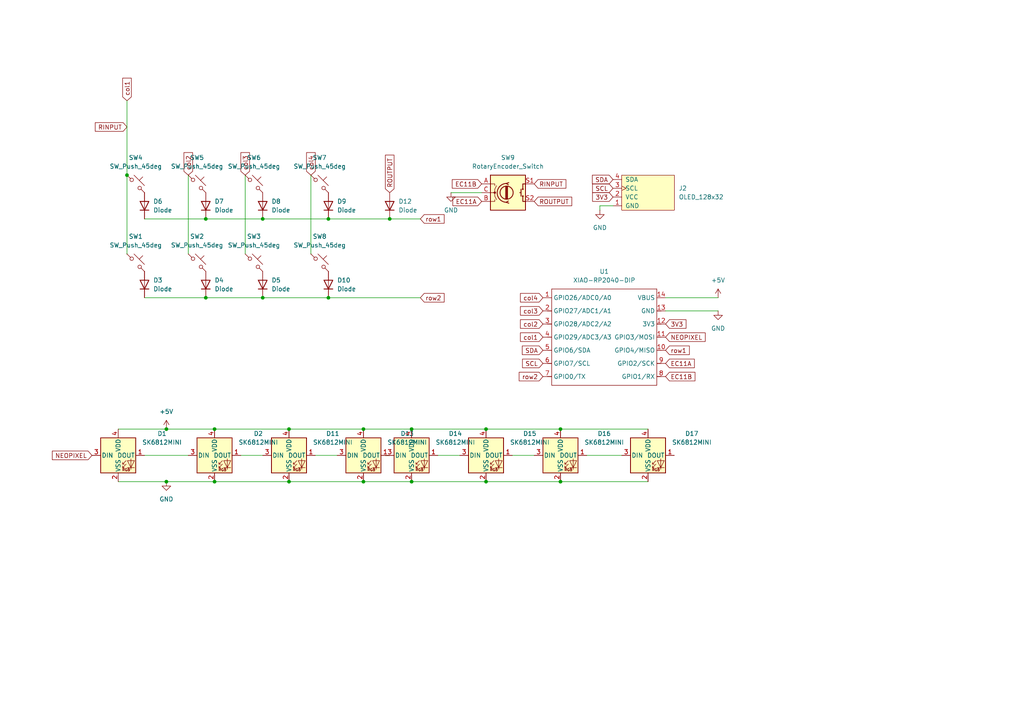
<source format=kicad_sch>
(kicad_sch (version 20231120) (generator "eeschema") (generator_version "8.0")
  (paper "A4")
  (lib_symbols
    (symbol "Device:RotaryEncoder_Switch" (pin_names (offset 0.254) hide)
      (property "Reference" "SW" (at 0 6.604 0))
      (property "Value" "RotaryEncoder_Switch" (at 0 -6.604 0))
      (symbol "RotaryEncoder_Switch_0_1"
        (rectangle (start -5.08 5.08) (end 5.08 -5.08) (stroke (width 0.254)) (fill (type background)))
        (circle (center -3.81 0) (radius 0.254) (fill (type outline)))
        (circle (center -0.381 0) (radius 1.905) (stroke (width 0.254)))
        (arc (start -0.381 2.667) (mid -3.0988 -0.0635) (end -0.381 -2.794) (stroke (width 0.254)))
        (polyline (pts (xy -0.635 -1.778) (xy -0.635 1.778)) (stroke (width 0.254)))
        (polyline (pts (xy -0.381 -1.778) (xy -0.381 1.778)) (stroke (width 0.254)))
        (polyline (pts (xy -0.127 1.778) (xy -0.127 -1.778)) (stroke (width 0.254)))
        (polyline (pts (xy 3.81 0) (xy 3.429 0)) (stroke (width 0.254)))
        (polyline (pts (xy 3.81 1.016) (xy 3.81 -1.016)) (stroke (width 0.254)))
        (polyline (pts (xy -5.08 -2.54) (xy -3.81 -2.54) (xy -3.81 -2.032)))
        (polyline (pts (xy -5.08 2.54) (xy -3.81 2.54) (xy -3.81 2.032)))
        (polyline (pts (xy 0.254 -3.048) (xy -0.508 -2.794) (xy 0.127 -2.413)) (stroke (width 0.254)))
        (polyline (pts (xy 0.254 2.921) (xy -0.508 2.667) (xy 0.127 2.286)) (stroke (width 0.254)))
        (polyline (pts (xy 5.08 -2.54) (xy 4.318 -2.54) (xy 4.318 -1.016)) (stroke (width 0.254)))
        (polyline (pts (xy 5.08 2.54) (xy 4.318 2.54) (xy 4.318 1.016)) (stroke (width 0.254)))
        (polyline (pts (xy -5.08 0) (xy -3.81 0) (xy -3.81 -1.016) (xy -3.302 -2.032)))
        (polyline (pts (xy -4.318 0) (xy -3.81 0) (xy -3.81 1.016) (xy -3.302 2.032)))
        (circle (center 4.318 -1.016) (radius 0.127) (stroke (width 0.254)))
        (circle (center 4.318 1.016) (radius 0.127) (stroke (width 0.254)))
      )
      (symbol "RotaryEncoder_Switch_1_1"
        (pin passive line (at -7.62 2.54 0) (length 2.54) (name "A") (number "A"))
        (pin passive line (at -7.62 -2.54 0) (length 2.54) (name "B") (number "B"))
        (pin passive line (at -7.62 0 0) (length 2.54) (name "C") (number "C"))
        (pin passive line (at 7.62 2.54 180) (length 2.54) (name "S1") (number "S1"))
        (pin passive line (at 7.62 -2.54 180) (length 2.54) (name "S2") (number "S2"))
      )
    )
    (symbol "LED:SK6812MINI" (pin_names (offset 0.254))
      (property "Reference" "D" (at 5.08 5.715 0))
      (property "Value" "SK6812MINI" (at 1.27 -5.715 0))
      (symbol "SK6812MINI_0_0"
        (text "RGB" (at 2.286 -4.191 0) (effects (font (size 0.762 0.762))))
      )
      (symbol "SK6812MINI_0_1"
        (polyline (pts (xy 1.27 -3.556) (xy 1.778 -3.556)))
        (polyline (pts (xy 1.27 -2.54) (xy 1.778 -2.54)))
        (polyline (pts (xy 4.699 -3.556) (xy 2.667 -3.556)))
        (polyline (pts (xy 2.286 -2.54) (xy 1.27 -3.556) (xy 1.27 -3.048)))
        (polyline (pts (xy 2.286 -1.524) (xy 1.27 -2.54) (xy 1.27 -2.032)))
        (polyline (pts (xy 3.683 -1.016) (xy 3.683 -3.556) (xy 3.683 -4.064)))
        (polyline (pts (xy 4.699 -1.524) (xy 2.667 -1.524) (xy 3.683 -3.556) (xy 4.699 -1.524)))
        (rectangle (start 5.08 5.08) (end -5.08 -5.08) (stroke (width 0.254)) (fill (type background)))
      )
      (symbol "SK6812MINI_1_1"
        (pin output line (at 7.62 0 180) (length 2.54) (name "DOUT") (number "1"))
        (pin power_in line (at 0 -7.62 90) (length 2.54) (name "VSS") (number "2"))
        (pin input line (at -7.62 0 0) (length 2.54) (name "DIN") (number "3"))
        (pin power_in line (at 0 7.62 270) (length 2.54) (name "VDD") (number "4"))
      )
    )
    (symbol "ScottoKeebs:OLED_128x32" (pin_names (offset 1.016))
      (property "Reference" "J" (at 0 -6.35 0))
      (property "Value" "OLED_128x32" (at 0 6.35 0))
      (symbol "OLED_128x32_0_1"
        (rectangle (start 0 5.08) (end 15.24 -5.08) (fill (type background)))
      )
      (symbol "OLED_128x32_1_1"
        (pin power_in line (at -2.54 -3.81 0) (length 2.54) (name "GND") (number "1"))
        (pin power_in line (at -2.54 -1.27 0) (length 2.54) (name "VCC") (number "2"))
        (pin input clock (at -2.54 1.27 0) (length 2.54) (name "SCL") (number "3"))
        (pin bidirectional line (at -2.54 3.81 0) (length 2.54) (name "SDA") (number "4"))
      )
    )
    (symbol "ScottoKeebs:Placeholder_Diode" (pin_numbers hide) (pin_names hide)
      (property "Reference" "D" (at 0 2.54 0))
      (property "Value" "Diode" (at 0 -2.54 0))
      (symbol "Placeholder_Diode_0_1"
        (polyline (pts (xy -1.27 1.27) (xy -1.27 -1.27)) (stroke (width 0.254)))
        (polyline (pts (xy 1.27 0) (xy -1.27 0)))
        (polyline (pts (xy 1.27 1.27) (xy 1.27 -1.27) (xy -1.27 0) (xy 1.27 1.27)) (stroke (width 0.254)))
      )
      (symbol "Placeholder_Diode_1_1"
        (pin passive line (at -3.81 0 0) (length 2.54) (name "K") (number "1"))
        (pin passive line (at 3.81 0 180) (length 2.54) (name "A") (number "2"))
      )
    )
    (symbol "Seeed_Studio_XIAO_Series:XIAO-RP2040-DIP"
      (property "Reference" "U" (at 0 0 0))
      (property "Value" "XIAO-RP2040-DIP" (at 5.334 -1.778 0))
      (symbol "XIAO-RP2040-DIP_1_0"
        (polyline (pts (xy -1.27 -30.48) (xy -1.27 -16.51)) (stroke (width 0.1524)))
        (polyline (pts (xy -1.27 -27.94) (xy -2.54 -27.94)) (stroke (width 0.1524)))
        (polyline (pts (xy -1.27 -24.13) (xy -2.54 -24.13)) (stroke (width 0.1524)))
        (polyline (pts (xy -1.27 -20.32) (xy -2.54 -20.32)) (stroke (width 0.1524)))
        (polyline (pts (xy -1.27 -16.51) (xy -2.54 -16.51)) (stroke (width 0.1524)))
        (polyline (pts (xy -1.27 -16.51) (xy -1.27 -12.7)) (stroke (width 0.1524)))
        (polyline (pts (xy -1.27 -12.7) (xy -2.54 -12.7)) (stroke (width 0.1524)))
        (polyline (pts (xy -1.27 -12.7) (xy -1.27 -8.89)) (stroke (width 0.1524)))
        (polyline (pts (xy -1.27 -8.89) (xy -2.54 -8.89)) (stroke (width 0.1524)))
        (polyline (pts (xy -1.27 -8.89) (xy -1.27 -5.08)) (stroke (width 0.1524)))
        (polyline (pts (xy -1.27 -5.08) (xy -2.54 -5.08)) (stroke (width 0.1524)))
        (polyline (pts (xy -1.27 -5.08) (xy -1.27 -2.54)) (stroke (width 0.1524)))
        (polyline (pts (xy -1.27 -2.54) (xy 29.21 -2.54)) (stroke (width 0.1524)))
        (polyline (pts (xy 29.21 -30.48) (xy -1.27 -30.48)) (stroke (width 0.1524)))
        (polyline (pts (xy 29.21 -12.7) (xy 29.21 -30.48)) (stroke (width 0.1524)))
        (polyline (pts (xy 29.21 -8.89) (xy 29.21 -12.7)) (stroke (width 0.1524)))
        (polyline (pts (xy 29.21 -5.08) (xy 29.21 -8.89)) (stroke (width 0.1524)))
        (polyline (pts (xy 29.21 -2.54) (xy 29.21 -5.08)) (stroke (width 0.1524)))
        (polyline (pts (xy 30.48 -27.94) (xy 29.21 -27.94)) (stroke (width 0.1524)))
        (polyline (pts (xy 30.48 -24.13) (xy 29.21 -24.13)) (stroke (width 0.1524)))
        (polyline (pts (xy 30.48 -20.32) (xy 29.21 -20.32)) (stroke (width 0.1524)))
        (polyline (pts (xy 30.48 -16.51) (xy 29.21 -16.51)) (stroke (width 0.1524)))
        (polyline (pts (xy 30.48 -12.7) (xy 29.21 -12.7)) (stroke (width 0.1524)))
        (polyline (pts (xy 30.48 -8.89) (xy 29.21 -8.89)) (stroke (width 0.1524)))
        (polyline (pts (xy 30.48 -5.08) (xy 29.21 -5.08)) (stroke (width 0.1524)))
        (pin passive line (at -3.81 -5.08 0) (length 2.54) (name "GPIO26/ADC0/A0") (number "1"))
        (pin passive line (at 31.75 -20.32 180) (length 2.54) (name "GPIO4/MISO") (number "10"))
        (pin passive line (at 31.75 -16.51 180) (length 2.54) (name "GPIO3/MOSI") (number "11"))
        (pin passive line (at 31.75 -12.7 180) (length 2.54) (name "3V3") (number "12"))
        (pin passive line (at 31.75 -8.89 180) (length 2.54) (name "GND") (number "13"))
        (pin passive line (at 31.75 -5.08 180) (length 2.54) (name "VBUS") (number "14"))
        (pin passive line (at -3.81 -8.89 0) (length 2.54) (name "GPIO27/ADC1/A1") (number "2"))
        (pin passive line (at -3.81 -12.7 0) (length 2.54) (name "GPIO28/ADC2/A2") (number "3"))
        (pin passive line (at -3.81 -16.51 0) (length 2.54) (name "GPIO29/ADC3/A3") (number "4"))
        (pin passive line (at -3.81 -20.32 0) (length 2.54) (name "GPIO6/SDA") (number "5"))
        (pin passive line (at -3.81 -24.13 0) (length 2.54) (name "GPIO7/SCL") (number "6"))
        (pin passive line (at -3.81 -27.94 0) (length 2.54) (name "GPIO0/TX") (number "7"))
        (pin passive line (at 31.75 -27.94 180) (length 2.54) (name "GPIO1/RX") (number "8"))
        (pin passive line (at 31.75 -24.13 180) (length 2.54) (name "GPIO2/SCK") (number "9"))
      )
    )
    (symbol "Switch:SW_Push_45deg" (pin_numbers hide) (pin_names (offset 1.016) hide)
      (property "Reference" "SW" (at 3.048 1.016 0))
      (property "Value" "SW_Push_45deg" (at 0 -3.81 0))
      (symbol "SW_Push_45deg_0_1"
        (circle (center -1.1684 1.1684) (radius 0.508))
        (polyline (pts (xy -0.508 2.54) (xy 2.54 -0.508)))
        (polyline (pts (xy 1.016 1.016) (xy 2.032 2.032)))
        (polyline (pts (xy -2.54 2.54) (xy -1.524 1.524) (xy -1.524 1.524)))
        (polyline (pts (xy 1.524 -1.524) (xy 2.54 -2.54) (xy 2.54 -2.54) (xy 2.54 -2.54)))
        (circle (center 1.143 -1.1938) (radius 0.508))
        (pin passive line (at -2.54 2.54 0) (length 0) (name "1") (number "1"))
        (pin passive line (at 2.54 -2.54 180) (length 0) (name "2") (number "2"))
      )
    )
    (symbol "power:+5V" (power) (pin_numbers hide) (pin_names (offset 0) hide)
      (property "Value" "+5V" (at 0 3.556 0))
      (symbol "+5V_0_1"
        (polyline (pts (xy -0.762 1.27) (xy 0 2.54)))
        (polyline (pts (xy 0 0) (xy 0 2.54)))
        (polyline (pts (xy 0 2.54) (xy 0.762 1.27)))
      )
      (symbol "+5V_1_1"
        (pin power_in line (at 0 0 90) (length 0) (name "~") (number "1"))
      )
    )
    (symbol "power:GND" (power) (pin_numbers hide) (pin_names (offset 0) hide)
      (property "Value" "GND" (at 0 -3.81 0))
      (symbol "GND_0_1"
        (polyline (pts (xy 0 0) (xy 0 -1.27) (xy 1.27 -1.27) (xy 0 -2.54) (xy -1.27 -1.27) (xy 0 -1.27)))
      )
      (symbol "GND_1_1"
        (pin power_in line (at 0 0 270) (length 0) (name "~") (number "1"))
      )
    )
  )
  (junction (at 76.2 86.36))
  (junction (at 119.38 124.46))
  (junction (at 119.38 139.7))
  (junction (at 140.97 124.46))
  (junction (at 95.25 86.36))
  (junction (at 105.41 139.7))
  (junction (at 59.69 63.5))
  (junction (at 62.23 124.46))
  (junction (at 48.26 124.46))
  (junction (at 95.25 63.5))
  (junction (at 36.83 50.8))
  (junction (at 83.82 124.46))
  (junction (at 113.03 63.5))
  (junction (at 105.41 124.46))
  (junction (at 62.23 139.7))
  (junction (at 162.56 124.46))
  (junction (at 48.26 139.7))
  (junction (at 76.2 63.5))
  (junction (at 162.56 139.7))
  (junction (at 59.69 86.36))
  (junction (at 83.82 139.7))
  (junction (at 140.97 139.7))
  (wire (pts (xy 83.82 124.46) (xy 105.41 124.46)))
  (wire (pts (xy 59.69 86.36) (xy 76.2 86.36)))
  (wire (pts (xy 83.82 139.7) (xy 105.41 139.7)))
  (wire (pts (xy 90.17 50.8) (xy 90.17 73.66)))
  (wire (pts (xy 121.92 86.36) (xy 95.25 86.36)))
  (wire (pts (xy 119.38 139.7) (xy 140.97 139.7)))
  (wire (pts (xy 62.23 124.46) (xy 83.82 124.46)))
  (wire (pts (xy 177.8 59.69) (xy 173.99 59.69)))
  (wire (pts (xy 140.97 124.46) (xy 162.56 124.46)))
  (wire (pts (xy 48.26 124.46) (xy 62.23 124.46)))
  (wire (pts (xy 91.44 132.08) (xy 97.79 132.08)))
  (wire (pts (xy 162.56 139.7) (xy 187.96 139.7)))
  (wire (pts (xy 48.26 139.7) (xy 62.23 139.7)))
  (wire (pts (xy 162.56 124.46) (xy 187.96 124.46)))
  (wire (pts (xy 76.2 63.5) (xy 95.25 63.5)))
  (wire (pts (xy 71.12 50.8) (xy 71.12 73.66)))
  (wire (pts (xy 148.59 132.08) (xy 154.94 132.08)))
  (wire (pts (xy 140.97 139.7) (xy 162.56 139.7)))
  (wire (pts (xy 36.83 29.21) (xy 36.83 50.8)))
  (wire (pts (xy 105.41 139.7) (xy 119.38 139.7)))
  (wire (pts (xy 119.38 124.46) (xy 140.97 124.46)))
  (wire (pts (xy 113.03 63.5) (xy 95.25 63.5)))
  (wire (pts (xy 36.83 50.8) (xy 36.83 73.66)))
  (wire (pts (xy 41.91 86.36) (xy 59.69 86.36)))
  (wire (pts (xy 69.85 132.08) (xy 76.2 132.08)))
  (wire (pts (xy 62.23 139.7) (xy 83.82 139.7)))
  (wire (pts (xy 76.2 86.36) (xy 95.25 86.36)))
  (wire (pts (xy 208.28 86.36) (xy 193.04 86.36)))
  (wire (pts (xy 34.29 124.46) (xy 48.26 124.46)))
  (wire (pts (xy 208.28 90.17) (xy 193.04 90.17)))
  (wire (pts (xy 127 132.08) (xy 133.35 132.08)))
  (wire (pts (xy 105.41 124.46) (xy 119.38 124.46)))
  (wire (pts (xy 130.81 55.88) (xy 139.7 55.88)))
  (wire (pts (xy 59.69 63.5) (xy 76.2 63.5)))
  (wire (pts (xy 54.61 50.8) (xy 54.61 73.66)))
  (wire (pts (xy 173.99 59.69) (xy 173.99 60.96)))
  (wire (pts (xy 34.29 139.7) (xy 48.26 139.7)))
  (wire (pts (xy 121.92 63.5) (xy 113.03 63.5)))
  (wire (pts (xy 170.18 132.08) (xy 180.34 132.08)))
  (wire (pts (xy 41.91 63.5) (xy 59.69 63.5)))
  (wire (pts (xy 41.91 132.08) (xy 54.61 132.08)))
  (wire (pts (xy 111.76 132.08) (xy 113.03 132.08)))
  (global_label "NEOPIXEL" (shape input) (at 26.67 132.08 180) (property "Intersheetrefs" "${INTERSHEET_REFS}" (effects (hide yes))))
  (global_label "col1" (shape input) (at 36.83 29.21 90) (property "Intersheetrefs" "${INTERSHEET_REFS}" (effects (hide yes))))
  (global_label "SDA" (shape input) (at 157.48 101.6 180) (property "Intersheetrefs" "${INTERSHEET_REFS}" (effects (hide yes))))
  (global_label "col2" (shape input) (at 54.61 50.8 90) (property "Intersheetrefs" "${INTERSHEET_REFS}" (effects (hide yes))))
  (global_label "col2" (shape input) (at 157.48 93.98 180) (property "Intersheetrefs" "${INTERSHEET_REFS}" (effects (hide yes))))
  (global_label "SCL" (shape input) (at 157.48 105.41 180) (property "Intersheetrefs" "${INTERSHEET_REFS}" (effects (hide yes))))
  (global_label "col3" (shape input) (at 71.12 50.8 90) (property "Intersheetrefs" "${INTERSHEET_REFS}" (effects (hide yes))))
  (global_label "ROUTPUT" (shape input) (at 113.03 55.88 90) (property "Intersheetrefs" "${INTERSHEET_REFS}" (effects (hide yes))))
  (global_label "row1" (shape input) (at 193.04 101.6 0) (property "Intersheetrefs" "${INTERSHEET_REFS}" (effects (hide yes))))
  (global_label "row2" (shape input) (at 121.92 86.36 0) (property "Intersheetrefs" "${INTERSHEET_REFS}" (effects (hide yes))))
  (global_label "NEOPIXEL" (shape input) (at 193.04 97.79 0) (property "Intersheetrefs" "${INTERSHEET_REFS}" (effects (hide yes))))
  (global_label "EC11B" (shape input) (at 139.7 53.34 180) (property "Intersheetrefs" "${INTERSHEET_REFS}" (effects (hide yes))))
  (global_label "EC11A" (shape input) (at 193.04 105.41 0) (property "Intersheetrefs" "${INTERSHEET_REFS}" (effects (hide yes))))
  (global_label "col3" (shape input) (at 157.48 90.17 180) (property "Intersheetrefs" "${INTERSHEET_REFS}" (effects (hide yes))))
  (global_label "EC11A" (shape input) (at 139.7 58.42 180) (property "Intersheetrefs" "${INTERSHEET_REFS}" (effects (hide yes))))
  (global_label "col4" (shape input) (at 157.48 86.36 180) (property "Intersheetrefs" "${INTERSHEET_REFS}" (effects (hide yes))))
  (global_label "EC11B" (shape input) (at 193.04 109.22 0) (property "Intersheetrefs" "${INTERSHEET_REFS}" (effects (hide yes))))
  (global_label "col4" (shape input) (at 90.17 50.8 90) (property "Intersheetrefs" "${INTERSHEET_REFS}" (effects (hide yes))))
  (global_label "3V3" (shape input) (at 177.8 57.15 180) (property "Intersheetrefs" "${INTERSHEET_REFS}" (effects (hide yes))))
  (global_label "col1" (shape input) (at 157.48 97.79 180) (property "Intersheetrefs" "${INTERSHEET_REFS}" (effects (hide yes))))
  (global_label "row1" (shape input) (at 121.92 63.5 0) (property "Intersheetrefs" "${INTERSHEET_REFS}" (effects (hide yes))))
  (global_label "row2" (shape input) (at 157.48 109.22 180) (property "Intersheetrefs" "${INTERSHEET_REFS}" (effects (hide yes))))
  (global_label "SCL" (shape input) (at 177.8 54.61 180) (property "Intersheetrefs" "${INTERSHEET_REFS}" (effects (hide yes))))
  (global_label "RINPUT" (shape input) (at 36.83 36.83 180) (property "Intersheetrefs" "${INTERSHEET_REFS}" (effects (hide yes))))
  (global_label "3V3" (shape input) (at 193.04 93.98 0) (property "Intersheetrefs" "${INTERSHEET_REFS}" (effects (hide yes))))
  (global_label "RINPUT" (shape input) (at 154.94 53.34 0) (property "Intersheetrefs" "${INTERSHEET_REFS}" (effects (hide yes))))
  (global_label "ROUTPUT" (shape input) (at 154.94 58.42 0) (property "Intersheetrefs" "${INTERSHEET_REFS}" (effects (hide yes))))
  (global_label "SDA" (shape input) (at 177.8 52.07 180) (property "Intersheetrefs" "${INTERSHEET_REFS}" (effects (hide yes))))
  (symbol (lib_id "ScottoKeebs:Placeholder_Diode") (at 41.91 82.55 90) (unit 1)
    (property "Reference" "D3" (at 44.45 81.2799 90) (effects (justify right)))
    (property "Value" "Diode" (at 44.45 83.8199 90) (effects (justify right)))
    (property "Footprint" "Diode_THT:D_DO-35_SOD27_P7.62mm_Horizontal" (effects (hide yes)))
    (property "Description" "1N4148 (DO-35) or 1N4148W (SOD-123)" (effects (hide yes)))
    (property "Sim.Device" "D" (effects (hide yes)))
    (property "Sim.Pins" "1=K 2=A" (effects (hide yes)))
  )
  (symbol (lib_id "Device:RotaryEncoder_Switch") (at 147.32 55.88 0) (unit 1)
    (property "Reference" "SW9" (at 147.32 45.72 0))
    (property "Value" "RotaryEncoder_Switch" (at 147.32 48.26 0))
    (property "Footprint" "Rotary_Encoder:RotaryEncoder_Alps_EC11E-Switch_Vertical_H20mm" (effects (hide yes)))
    (property "Description" "Rotary encoder, dual channel, incremental quadrate outputs, with switch" (effects (hide yes)))
  )
  (symbol (lib_id "power:+5V") (at 208.28 86.36 0) (unit 1)
    (property "Reference" "#PWR03" (effects (hide yes)))
    (property "Value" "+5V" (at 208.28 81.28 0))
    (property "Description" "Power symbol creates a global label with name \"+5V\"" (effects (hide yes)))
  )
  (symbol (lib_id "power:GND") (at 48.26 139.7 0) (unit 1)
    (property "Reference" "#PWR01" (effects (hide yes)))
    (property "Value" "GND" (at 48.26 144.78 0))
    (property "Description" "Power symbol creates a global label with name \"GND\" , ground" (effects (hide yes)))
  )
  (symbol (lib_id "Switch:SW_Push_45deg") (at 39.37 76.2 0) (unit 1)
    (property "Reference" "SW1" (at 39.37 68.58 0))
    (property "Value" "SW_Push_45deg" (at 39.37 71.12 0))
    (property "Footprint" "Button_Switch_Keyboard:SW_Cherry_MX_1.00u_PCB" (effects (hide yes)))
    (property "Description" "Push button switch, normally open, two pins, 45° tilted" (effects (hide yes)))
  )
  (symbol (lib_id "Seeed_Studio_XIAO_Series:XIAO-RP2040-DIP") (at 161.29 81.28 0) (unit 1)
    (property "Reference" "U1" (at 175.26 78.74 0))
    (property "Value" "XIAO-RP2040-DIP" (at 175.26 81.28 0))
    (property "Footprint" "Seeed Studio XIAO Series Library:XIAO-RP2040-DIP" (effects (hide yes)))
  )
  (symbol (lib_id "ScottoKeebs:Placeholder_Diode") (at 95.25 59.69 90) (unit 1)
    (property "Reference" "D9" (at 97.79 58.4199 90) (effects (justify right)))
    (property "Value" "Diode" (at 97.79 60.9599 90) (effects (justify right)))
    (property "Footprint" "Diode_THT:D_DO-35_SOD27_P7.62mm_Horizontal" (effects (hide yes)))
    (property "Description" "1N4148 (DO-35) or 1N4148W (SOD-123)" (effects (hide yes)))
    (property "Sim.Device" "D" (effects (hide yes)))
    (property "Sim.Pins" "1=K 2=A" (effects (hide yes)))
  )
  (symbol (lib_id "LED:SK6812MINI") (at 62.23 132.08 0) (unit 1)
    (property "Reference" "D2" (at 74.93 125.7614 0))
    (property "Value" "SK6812MINI" (at 74.93 128.3014 0))
    (property "Footprint" "LED_SMD:LED_SK6812MINI_PLCC4_3.5x3.5mm_P1.75mm" (effects (hide yes)))
    (property "Datasheet" "https://cdn-shop.adafruit.com/product-files/2686/SK6812MINI_REV.01-1-2.pdf" (effects (hide yes)))
    (property "Description" "RGB LED with integrated controller" (effects (hide yes)))
  )
  (symbol (lib_id "Switch:SW_Push_45deg") (at 92.71 53.34 0) (unit 1)
    (property "Reference" "SW7" (at 92.71 45.72 0))
    (property "Value" "SW_Push_45deg" (at 92.71 48.26 0))
    (property "Footprint" "Button_Switch_Keyboard:SW_Cherry_MX_1.00u_PCB" (effects (hide yes)))
    (property "Description" "Push button switch, normally open, two pins, 45° tilted" (effects (hide yes)))
  )
  (symbol (lib_id "ScottoKeebs:Placeholder_Diode") (at 59.69 82.55 90) (unit 1)
    (property "Reference" "D4" (at 62.23 81.2799 90) (effects (justify right)))
    (property "Value" "Diode" (at 62.23 83.8199 90) (effects (justify right)))
    (property "Footprint" "Diode_THT:D_DO-35_SOD27_P7.62mm_Horizontal" (effects (hide yes)))
    (property "Description" "1N4148 (DO-35) or 1N4148W (SOD-123)" (effects (hide yes)))
    (property "Sim.Device" "D" (effects (hide yes)))
    (property "Sim.Pins" "1=K 2=A" (effects (hide yes)))
  )
  (symbol (lib_id "power:GND") (at 173.99 60.96 0) (unit 1)
    (property "Reference" "#PWR05" (effects (hide yes)))
    (property "Value" "GND" (at 173.99 66.04 0))
    (property "Description" "Power symbol creates a global label with name \"GND\" , ground" (effects (hide yes)))
  )
  (symbol (lib_id "ScottoKeebs:Placeholder_Diode") (at 76.2 59.69 90) (unit 1)
    (property "Reference" "D8" (at 78.74 58.4199 90) (effects (justify right)))
    (property "Value" "Diode" (at 78.74 60.9599 90) (effects (justify right)))
    (property "Footprint" "Diode_THT:D_DO-35_SOD27_P7.62mm_Horizontal" (effects (hide yes)))
    (property "Description" "1N4148 (DO-35) or 1N4148W (SOD-123)" (effects (hide yes)))
    (property "Sim.Device" "D" (effects (hide yes)))
    (property "Sim.Pins" "1=K 2=A" (effects (hide yes)))
  )
  (symbol (lib_id "ScottoKeebs:OLED_128x32") (at 180.34 55.88 0) (unit 1)
    (property "Reference" "J2" (at 196.85 54.6099 0) (effects (justify left)))
    (property "Value" "OLED_128x32" (at 196.85 57.1499 0) (effects (justify left)))
    (property "Footprint" "ScottoKeebs_Components:OLED_128x32" (effects (hide yes)))
  )
  (symbol (lib_id "power:GND") (at 130.81 55.88 0) (unit 1)
    (property "Reference" "#PWR06" (effects (hide yes)))
    (property "Value" "GND" (at 130.81 60.96 0))
    (property "Description" "Power symbol creates a global label with name \"GND\" , ground" (effects (hide yes)))
  )
  (symbol (lib_id "Switch:SW_Push_45deg") (at 39.37 53.34 0) (unit 1)
    (property "Reference" "SW4" (at 39.37 45.72 0))
    (property "Value" "SW_Push_45deg" (at 39.37 48.26 0))
    (property "Footprint" "Button_Switch_Keyboard:SW_Cherry_MX_1.00u_PCB" (effects (hide yes)))
    (property "Description" "Push button switch, normally open, two pins, 45° tilted" (effects (hide yes)))
  )
  (symbol (lib_id "Switch:SW_Push_45deg") (at 73.66 53.34 0) (unit 1)
    (property "Reference" "SW6" (at 73.66 45.72 0))
    (property "Value" "SW_Push_45deg" (at 73.66 48.26 0))
    (property "Footprint" "Button_Switch_Keyboard:SW_Cherry_MX_1.00u_PCB" (effects (hide yes)))
    (property "Description" "Push button switch, normally open, two pins, 45° tilted" (effects (hide yes)))
  )
  (symbol (lib_id "power:+5V") (at 48.26 124.46 0) (unit 1)
    (property "Reference" "#PWR04" (effects (hide yes)))
    (property "Value" "+5V" (at 48.26 119.38 0))
    (property "Description" "Power symbol creates a global label with name \"+5V\"" (effects (hide yes)))
  )
  (symbol (lib_id "ScottoKeebs:Placeholder_Diode") (at 76.2 82.55 90) (unit 1)
    (property "Reference" "D5" (at 78.74 81.2799 90) (effects (justify right)))
    (property "Value" "Diode" (at 78.74 83.8199 90) (effects (justify right)))
    (property "Footprint" "Diode_THT:D_DO-35_SOD27_P7.62mm_Horizontal" (effects (hide yes)))
    (property "Description" "1N4148 (DO-35) or 1N4148W (SOD-123)" (effects (hide yes)))
    (property "Sim.Device" "D" (effects (hide yes)))
    (property "Sim.Pins" "1=K 2=A" (effects (hide yes)))
  )
  (symbol (lib_id "LED:SK6812MINI") (at 83.82 132.08 0) (unit 1)
    (property "Reference" "D11" (at 96.52 125.7614 0))
    (property "Value" "SK6812MINI" (at 96.52 128.3014 0))
    (property "Footprint" "LED_SMD:LED_SK6812MINI_PLCC4_3.5x3.5mm_P1.75mm" (effects (hide yes)))
    (property "Datasheet" "https://cdn-shop.adafruit.com/product-files/2686/SK6812MINI_REV.01-1-2.pdf" (effects (hide yes)))
    (property "Description" "RGB LED with integrated controller" (effects (hide yes)))
  )
  (symbol (lib_id "power:GND") (at 208.28 90.17 0) (unit 1)
    (property "Reference" "#PWR02" (effects (hide yes)))
    (property "Value" "GND" (at 208.28 95.25 0))
    (property "Description" "Power symbol creates a global label with name \"GND\" , ground" (effects (hide yes)))
  )
  (symbol (lib_id "ScottoKeebs:Placeholder_Diode") (at 41.91 59.69 90) (unit 1)
    (property "Reference" "D6" (at 44.45 58.4199 90) (effects (justify right)))
    (property "Value" "Diode" (at 44.45 60.9599 90) (effects (justify right)))
    (property "Footprint" "Diode_THT:D_DO-35_SOD27_P7.62mm_Horizontal" (effects (hide yes)))
    (property "Description" "1N4148 (DO-35) or 1N4148W (SOD-123)" (effects (hide yes)))
    (property "Sim.Device" "D" (effects (hide yes)))
    (property "Sim.Pins" "1=K 2=A" (effects (hide yes)))
  )
  (symbol (lib_id "ScottoKeebs:Placeholder_Diode") (at 95.25 82.55 90) (unit 1)
    (property "Reference" "D10" (at 97.79 81.2799 90) (effects (justify right)))
    (property "Value" "Diode" (at 97.79 83.8199 90) (effects (justify right)))
    (property "Footprint" "Diode_THT:D_DO-35_SOD27_P7.62mm_Horizontal" (effects (hide yes)))
    (property "Description" "1N4148 (DO-35) or 1N4148W (SOD-123)" (effects (hide yes)))
    (property "Sim.Device" "D" (effects (hide yes)))
    (property "Sim.Pins" "1=K 2=A" (effects (hide yes)))
  )
  (symbol (lib_id "Switch:SW_Push_45deg") (at 57.15 76.2 0) (unit 1)
    (property "Reference" "SW2" (at 57.15 68.58 0))
    (property "Value" "SW_Push_45deg" (at 57.15 71.12 0))
    (property "Footprint" "Button_Switch_Keyboard:SW_Cherry_MX_1.00u_PCB" (effects (hide yes)))
    (property "Description" "Push button switch, normally open, two pins, 45° tilted" (effects (hide yes)))
  )
  (symbol (lib_id "Switch:SW_Push_45deg") (at 73.66 76.2 0) (unit 1)
    (property "Reference" "SW3" (at 73.66 68.58 0))
    (property "Value" "SW_Push_45deg" (at 73.66 71.12 0))
    (property "Footprint" "Button_Switch_Keyboard:SW_Cherry_MX_1.00u_PCB" (effects (hide yes)))
    (property "Description" "Push button switch, normally open, two pins, 45° tilted" (effects (hide yes)))
  )
  (symbol (lib_id "ScottoKeebs:Placeholder_Diode") (at 113.03 59.69 90) (unit 1)
    (property "Reference" "D12" (at 115.57 58.4199 90) (effects (justify right)))
    (property "Value" "Diode" (at 115.57 60.9599 90) (effects (justify right)))
    (property "Footprint" "Diode_THT:D_DO-35_SOD27_P7.62mm_Horizontal" (effects (hide yes)))
    (property "Description" "1N4148 (DO-35) or 1N4148W (SOD-123)" (effects (hide yes)))
    (property "Sim.Device" "D" (effects (hide yes)))
    (property "Sim.Pins" "1=K 2=A" (effects (hide yes)))
  )
  (symbol (lib_id "LED:SK6812MINI") (at 119.38 132.08 0) (unit 1)
    (property "Reference" "D14" (at 132.08 125.7614 0))
    (property "Value" "SK6812MINI" (at 132.08 128.3014 0))
    (property "Footprint" "LED_SMD:LED_SK6812MINI_PLCC4_3.5x3.5mm_P1.75mm" (effects (hide yes)))
    (property "Datasheet" "https://cdn-shop.adafruit.com/product-files/2686/SK6812MINI_REV.01-1-2.pdf" (effects (hide yes)))
    (property "Description" "RGB LED with integrated controller" (effects (hide yes)))
  )
  (symbol (lib_id "LED:SK6812MINI") (at 34.29 132.08 0) (unit 1)
    (property "Reference" "D1" (at 46.99 125.7614 0))
    (property "Value" "SK6812MINI" (at 46.99 128.3014 0))
    (property "Footprint" "LED_SMD:LED_SK6812MINI_PLCC4_3.5x3.5mm_P1.75mm" (effects (hide yes)))
    (property "Datasheet" "https://cdn-shop.adafruit.com/product-files/2686/SK6812MINI_REV.01-1-2.pdf" (effects (hide yes)))
    (property "Description" "RGB LED with integrated controller" (effects (hide yes)))
  )
  (symbol (lib_id "LED:SK6812MINI") (at 105.41 132.08 0) (unit 1)
    (property "Reference" "D13" (at 118.11 125.7614 0))
    (property "Value" "SK6812MINI" (at 118.11 128.3014 0))
    (property "Footprint" "LED_SMD:LED_SK6812MINI_PLCC4_3.5x3.5mm_P1.75mm" (effects (hide yes)))
    (property "Datasheet" "https://cdn-shop.adafruit.com/product-files/2686/SK6812MINI_REV.01-1-2.pdf" (effects (hide yes)))
    (property "Description" "RGB LED with integrated controller" (effects (hide yes)))
  )
  (symbol (lib_id "LED:SK6812MINI") (at 140.97 132.08 0) (unit 1)
    (property "Reference" "D15" (at 153.67 125.7614 0))
    (property "Value" "SK6812MINI" (at 153.67 128.3014 0))
    (property "Footprint" "LED_SMD:LED_SK6812MINI_PLCC4_3.5x3.5mm_P1.75mm" (effects (hide yes)))
    (property "Datasheet" "https://cdn-shop.adafruit.com/product-files/2686/SK6812MINI_REV.01-1-2.pdf" (effects (hide yes)))
    (property "Description" "RGB LED with integrated controller" (effects (hide yes)))
  )
  (symbol (lib_id "Switch:SW_Push_45deg") (at 57.15 53.34 0) (unit 1)
    (property "Reference" "SW5" (at 57.15 45.72 0))
    (property "Value" "SW_Push_45deg" (at 57.15 48.26 0))
    (property "Footprint" "Button_Switch_Keyboard:SW_Cherry_MX_1.00u_PCB" (effects (hide yes)))
    (property "Description" "Push button switch, normally open, two pins, 45° tilted" (effects (hide yes)))
  )
  (symbol (lib_id "LED:SK6812MINI") (at 187.96 132.08 0) (unit 1)
    (property "Reference" "D17" (at 200.66 125.7614 0))
    (property "Value" "SK6812MINI" (at 200.66 128.3014 0))
    (property "Footprint" "LED_SMD:LED_SK6812MINI_PLCC4_3.5x3.5mm_P1.75mm" (effects (hide yes)))
    (property "Datasheet" "https://cdn-shop.adafruit.com/product-files/2686/SK6812MINI_REV.01-1-2.pdf" (effects (hide yes)))
    (property "Description" "RGB LED with integrated controller" (effects (hide yes)))
  )
  (symbol (lib_id "LED:SK6812MINI") (at 162.56 132.08 0) (unit 1)
    (property "Reference" "D16" (at 175.26 125.7614 0))
    (property "Value" "SK6812MINI" (at 175.26 128.3014 0))
    (property "Footprint" "LED_SMD:LED_SK6812MINI_PLCC4_3.5x3.5mm_P1.75mm" (effects (hide yes)))
    (property "Datasheet" "https://cdn-shop.adafruit.com/product-files/2686/SK6812MINI_REV.01-1-2.pdf" (effects (hide yes)))
    (property "Description" "RGB LED with integrated controller" (effects (hide yes)))
  )
  (symbol (lib_id "ScottoKeebs:Placeholder_Diode") (at 59.69 59.69 90) (unit 1)
    (property "Reference" "D7" (at 62.23 58.4199 90) (effects (justify right)))
    (property "Value" "Diode" (at 62.23 60.9599 90) (effects (justify right)))
    (property "Footprint" "Diode_THT:D_DO-35_SOD27_P7.62mm_Horizontal" (effects (hide yes)))
    (property "Description" "1N4148 (DO-35) or 1N4148W (SOD-123)" (effects (hide yes)))
    (property "Sim.Device" "D" (effects (hide yes)))
    (property "Sim.Pins" "1=K 2=A" (effects (hide yes)))
  )
  (symbol (lib_id "Switch:SW_Push_45deg") (at 92.71 76.2 0) (unit 1)
    (property "Reference" "SW8" (at 92.71 68.58 0))
    (property "Value" "SW_Push_45deg" (at 92.71 71.12 0))
    (property "Footprint" "Button_Switch_Keyboard:SW_Cherry_MX_1.00u_PCB" (effects (hide yes)))
    (property "Description" "Push button switch, normally open, two pins, 45° tilted" (effects (hide yes)))
  )
)
</source>
